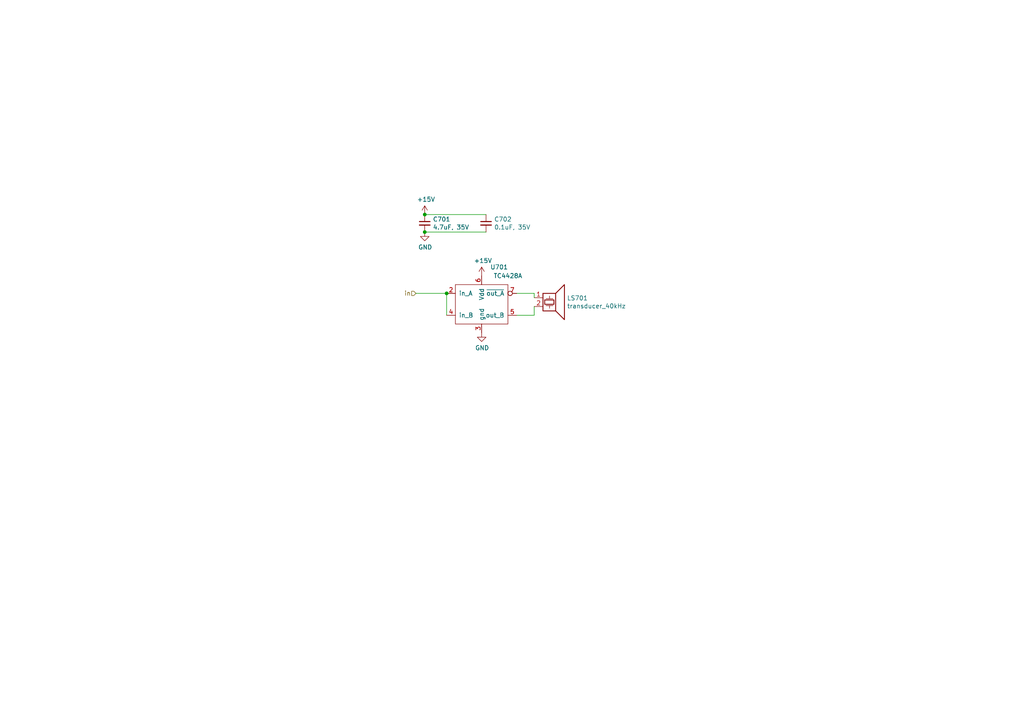
<source format=kicad_sch>
(kicad_sch (version 20230121) (generator eeschema)
  (paper "A4")
  (lib_symbols
    (symbol "Device:C_Small" (pin_numbers hide) (pin_names (offset 0.254) hide)
      (property "Reference" "C" (at 0.254 1.778 0))
      (property "Value" "C_Small" (at 0.254 -2.032 0))
      (symbol "C_Small_0_1"
        (polyline (pts (xy -1.524 -0.508) (xy 1.524 -0.508)) (stroke (width 0.3302)))
        (polyline (pts (xy -1.524 0.508) (xy 1.524 0.508)) (stroke (width 0.3048)))
      )
      (symbol "C_Small_1_1"
        (pin passive line (at 0 2.54 270) (length 2.032) (name "~") (number "1"))
        (pin passive line (at 0 -2.54 90) (length 2.032) (name "~") (number "2"))
      )
    )
    (symbol "Device:Speaker_Ultrasound" (pin_names (offset 0) hide)
      (property "Reference" "LS" (at 0.635 5.715 0))
      (property "Value" "Speaker_Ultrasound" (at 0.635 3.81 0))
      (symbol "Speaker_Ultrasound_0_0"
        (rectangle (start -2.54 1.27) (end 1.143 -3.81) (stroke (width 0.254)))
        (rectangle (start -2.032 -0.635) (end 0.635 -1.905) (stroke (width 0.254)))
        (polyline (pts (xy -1.651 -2.286) (xy 0.381 -2.286)))
        (polyline (pts (xy -1.651 -0.254) (xy 0.381 -0.254)))
        (polyline (pts (xy -0.635 -2.286) (xy -0.635 -3.048)))
        (polyline (pts (xy -0.635 -0.254) (xy -0.635 0.508)))
        (polyline (pts (xy 1.143 1.27) (xy 3.683 3.81) (xy 3.683 -6.35) (xy 1.143 -3.81)) (stroke (width 0.254)))
      )
      (symbol "Speaker_Ultrasound_1_1"
        (pin input line (at -5.08 0 0) (length 2.54) (name "1") (number "1"))
        (pin input line (at -5.08 -2.54 0) (length 2.54) (name "2") (number "2"))
      )
    )
    (symbol "floater-rescue:TC4428A-Driver_FET" (pin_names (offset 1.016))
      (property "Reference" "U" (at -5.08 11.43 0))
      (property "Value" "TC4428A-Driver_FET" (at -1.27 8.89 0))
      (symbol "TC4428A-Driver_FET_0_1"
        (rectangle (start -7.62 5.08) (end 7.62 -6.35))
      )
      (symbol "TC4428A-Driver_FET_1_1"
        (pin input line (at -10.16 2.54 0) (length 2.54) (name "in_A") (number "2"))
        (pin power_in line (at 0 -8.89 90) (length 2.54) (name "gnd") (number "3"))
        (pin input line (at -10.16 -3.81 0) (length 2.54) (name "in_B") (number "4"))
        (pin power_in line (at 10.16 -3.81 180) (length 2.54) (name "out_B") (number "5"))
        (pin power_in line (at 0 7.62 270) (length 2.54) (name "Vdd") (number "6"))
        (pin power_in inverted (at 10.16 2.54 180) (length 2.54) (name "~{out_A}") (number "7"))
      )
    )
    (symbol "power:+15V" (power) (pin_names (offset 0))
      (property "Value" "+15V" (at 0 3.556 0))
      (symbol "+15V_0_1"
        (polyline (pts (xy -0.762 1.27) (xy 0 2.54)))
        (polyline (pts (xy 0 0) (xy 0 2.54)))
        (polyline (pts (xy 0 2.54) (xy 0.762 1.27)))
      )
      (symbol "+15V_1_1"
        (pin power_in line (at 0 0 90) (length 0) hide (name "+15V") (number "1"))
      )
    )
    (symbol "power:GND" (power) (pin_names (offset 0))
      (property "Value" "GND" (at 0 -3.81 0))
      (symbol "GND_0_1"
        (polyline (pts (xy 0 0) (xy 0 -1.27) (xy 1.27 -1.27) (xy 0 -2.54) (xy -1.27 -1.27) (xy 0 -1.27)))
      )
      (symbol "GND_1_1"
        (pin power_in line (at 0 0 270) (length 0) hide (name "GND") (number "1"))
      )
    )
  )
  (junction (at 123.19 67.31))
  (junction (at 129.54 85.09))
  (junction (at 123.19 62.23))
  (wire (pts (xy 129.54 91.44) (xy 129.54 85.09)))
  (wire (pts (xy 140.97 62.23) (xy 123.19 62.23)))
  (wire (pts (xy 154.94 91.44) (xy 154.94 88.9)))
  (wire (pts (xy 149.86 91.44) (xy 154.94 91.44)))
  (wire (pts (xy 120.65 85.09) (xy 129.54 85.09)))
  (wire (pts (xy 140.97 67.31) (xy 123.19 67.31)))
  (wire (pts (xy 149.86 85.09) (xy 154.94 85.09)))
  (wire (pts (xy 154.94 85.09) (xy 154.94 86.36)))
  (hierarchical_label "in" (shape input) (at 120.65 85.09 180))
  (symbol (lib_id "floater-rescue:TC4428A-Driver_FET") (at 139.7 87.63 0) (unit 1)
    (property "Reference" "U701" (at 144.78 77.47 0))
    (property "Value" "TC4428A" (at 147.32 80.01 0))
    (property "Footprint" "Package_SO:SO-8_3.9x4.9mm_P1.27mm" (effects hide))
    (property "Datasheet" "aliexpress" (effects hide))
    (instances (project "floater" (path "" (reference "U701") (unit 1)) (path "" (reference "U901") (unit 1)) (path "" (reference "U1101") (unit 1)) (path "" (reference "U1301") (unit 1)) (path "" (reference "U1501") (unit 1)) (path "" (reference "U1701") (unit 1)) (path "" (reference "U1901") (unit 1)) (path "" (reference "U2101") (unit 1)) (path "" (reference "U2301") (unit 1)) (path "" (reference "U2501") (unit 1)) (path "" (reference "U2701") (unit 1)) (path "" (reference "U2901") (unit 1)) (path "" (reference "U3101") (unit 1)) (path "" (reference "U3301") (unit 1)) (path "" (reference "U3501") (unit 1)) (path "" (reference "U3701") (unit 1)) (path "" (reference "U3901") (unit 1)) (path "" (reference "U4101") (unit 1)) (path "" (reference "U4301") (unit 1)) (path "" (reference "U4501") (unit 1)) (path "" (reference "U4701") (unit 1)) (path "" (reference "U4901") (unit 1)) (path "" (reference "U5101") (unit 1)) (path "" (reference "U5301") (unit 1)) (path "" (reference "U5501") (unit 1)) (path "" (reference "U5701") (unit 1)) (path "" (reference "U5901") (unit 1)) (path "" (reference "U6101") (unit 1)) (path "" (reference "U6301") (unit 1)) (path "" (reference "U6501") (unit 1)) (path "" (reference "U6701") (unit 1)) (path "" (reference "U6901") (unit 1)) (path "" (reference "U7101") (unit 1)) (path "" (reference "U7301") (unit 1)) (path "" (reference "U7501") (unit 1)) (path "" (reference "U7701") (unit 1)) (path "" (reference "U7901") (unit 1)) (path "" (reference "U8101") (unit 1)) (path "" (reference "U8301") (unit 1)) (path "" (reference "U8501") (unit 1)) (path "" (reference "U8701") (unit 1)) (path "" (reference "U8901") (unit 1)) (path "" (reference "U9101") (unit 1)) (path "" (reference "U9301") (unit 1)) (path "" (reference "U9501") (unit 1)) (path "" (reference "U9701") (unit 1)) (path "" (reference "U9901") (unit 1)) (path "" (reference "U10101") (unit 1)) (path "" (reference "U10301") (unit 1)) (path "" (reference "U10501") (unit 1)) (path "" (reference "U601") (unit 1)) (path "" (reference "U1001") (unit 1)) (path "" (reference "U1401") (unit 1)) (path "" (reference "U1801") (unit 1)) (path "" (reference "U2201") (unit 1)) (path "" (reference "U2601") (unit 1)) (path "" (reference "U3001") (unit 1)) (path "" (reference "U3401") (unit 1)) (path "" (reference "U3801") (unit 1)) (path "" (reference "U4201") (unit 1)) (path "" (reference "U4601") (unit 1)) (path "" (reference "U5001") (unit 1)) (path "" (reference "U5401") (unit 1)) (path "" (reference "U5801") (unit 1)) (path "" (reference "U6201") (unit 1)) (path "" (reference "U6601") (unit 1)) (path "" (reference "U7001") (unit 1)) (path "" (reference "U7401") (unit 1)) (path "" (reference "U7801") (unit 1)) (path "" (reference "U8201") (unit 1)) (path "" (reference "U8601") (unit 1)) (path "" (reference "U9001") (unit 1)) (path "" (reference "U9401") (unit 1)) (path "" (reference "U9801") (unit 1)) (path "" (reference "U10201") (unit 1)) (path "" (reference "U?") (unit 1)) (path "" (reference "U1201") (unit 1)) (path "" (reference "U2001") (unit 1)) (path "" (reference "U2801") (unit 1)) (path "" (reference "U3601") (unit 1)) (path "" (reference "U4401") (unit 1)) (path "" (reference "U5201") (unit 1)) (path "" (reference "U6001") (unit 1)) (path "" (reference "U6801") (unit 1)) (path "" (reference "U7601") (unit 1)) (path "" (reference "U8401") (unit 1)) (path "" (reference "U9201") (unit 1)) (path "" (reference "U10001") (unit 1)) (path "" (reference "U801") (unit 1)) (path "" (reference "U2401") (unit 1)) (path "" (reference "U4001") (unit 1)) (path "" (reference "U5601") (unit 1)) (path "" (reference "U7201") (unit 1)) (path "" (reference "U8801") (unit 1)) (path "" (reference "U10401") (unit 1)) (path "" (reference "U3201") (unit 1)) (path "" (reference "U6401") (unit 1)) (path "" (reference "U9601") (unit 1)) (path "" (reference "U4801") (unit 1)) (path "" (reference "U1601") (unit 1)) (path "" (reference "U8001") (unit 1))))
  )
  (symbol (lib_id "power:GND") (at 139.7 96.52 0) (unit 1)
    (property "Reference" "#PWR0704" (effects hide))
    (property "Value" "GND" (at 139.827 100.9142 0))
    (instances (project "floater" (path "" (reference "#PWR0704") (unit 1)) (path "" (reference "#PWR0904") (unit 1)) (path "" (reference "#PWR01104") (unit 1)) (path "" (reference "#PWR01304") (unit 1)) (path "" (reference "#PWR01504") (unit 1)) (path "" (reference "#PWR01704") (unit 1)) (path "" (reference "#PWR01904") (unit 1)) (path "" (reference "#PWR02104") (unit 1)) (path "" (reference "#PWR02304") (unit 1)) (path "" (reference "#PWR02504") (unit 1)) (path "" (reference "#PWR02704") (unit 1)) (path "" (reference "#PWR02904") (unit 1)) (path "" (reference "#PWR03104") (unit 1)) (path "" (reference "#PWR03304") (unit 1)) (path "" (reference "#PWR03504") (unit 1)) (path "" (reference "#PWR03704") (unit 1)) (path "" (reference "#PWR03904") (unit 1)) (path "" (reference "#PWR04104") (unit 1)) (path "" (reference "#PWR04304") (unit 1)) (path "" (reference "#PWR04504") (unit 1)) (path "" (reference "#PWR04704") (unit 1)) (path "" (reference "#PWR04904") (unit 1)) (path "" (reference "#PWR05104") (unit 1)) (path "" (reference "#PWR05304") (unit 1)) (path "" (reference "#PWR05504") (unit 1)) (path "" (reference "#PWR05704") (unit 1)) (path "" (reference "#PWR05904") (unit 1)) (path "" (reference "#PWR06104") (unit 1)) (path "" (reference "#PWR06304") (unit 1)) (path "" (reference "#PWR06504") (unit 1)) (path "" (reference "#PWR06704") (unit 1)) (path "" (reference "#PWR06904") (unit 1)) (path "" (reference "#PWR07104") (unit 1)) (path "" (reference "#PWR07304") (unit 1)) (path "" (reference "#PWR07504") (unit 1)) (path "" (reference "#PWR07704") (unit 1)) (path "" (reference "#PWR07904") (unit 1)) (path "" (reference "#PWR08104") (unit 1)) (path "" (reference "#PWR08304") (unit 1)) (path "" (reference "#PWR08504") (unit 1)) (path "" (reference "#PWR08704") (unit 1)) (path "" (reference "#PWR08904") (unit 1)) (path "" (reference "#PWR09104") (unit 1)) (path "" (reference "#PWR09304") (unit 1)) (path "" (reference "#PWR09504") (unit 1)) (path "" (reference "#PWR09704") (unit 1)) (path "" (reference "#PWR09904") (unit 1)) (path "" (reference "#PWR010104") (unit 1)) (path "" (reference "#PWR010304") (unit 1)) (path "" (reference "#PWR010504") (unit 1)) (path "" (reference "#PWR0804") (unit 1)) (path "" (reference "#PWR01204") (unit 1)) (path "" (reference "#PWR01604") (unit 1)) (path "" (reference "#PWR02004") (unit 1)) (path "" (reference "#PWR02404") (unit 1)) (path "" (reference "#PWR02804") (unit 1)) (path "" (reference "#PWR03204") (unit 1)) (path "" (reference "#PWR03604") (unit 1)) (path "" (reference "#PWR04004") (unit 1)) (path "" (reference "#PWR04404") (unit 1)) (path "" (reference "#PWR04804") (unit 1)) (path "" (reference "#PWR05204") (unit 1)) (path "" (reference "#PWR05604") (unit 1)) (path "" (reference "#PWR06004") (unit 1)) (path "" (reference "#PWR06404") (unit 1)) (path "" (reference "#PWR06804") (unit 1)) (path "" (reference "#PWR07204") (unit 1)) (path "" (reference "#PWR07604") (unit 1)) (path "" (reference "#PWR08004") (unit 1)) (path "" (reference "#PWR08404") (unit 1)) (path "" (reference "#PWR08804") (unit 1)) (path "" (reference "#PWR09204") (unit 1)) (path "" (reference "#PWR09604") (unit 1)) (path "" (reference "#PWR010004") (unit 1)) (path "" (reference "#PWR010404") (unit 1)) (path "" (reference "#PWR01004") (unit 1)) (path "" (reference "#PWR01804") (unit 1)) (path "" (reference "#PWR02604") (unit 1)) (path "" (reference "#PWR03404") (unit 1)) (path "" (reference "#PWR04204") (unit 1)) (path "" (reference "#PWR05004") (unit 1)) (path "" (reference "#PWR05804") (unit 1)) (path "" (reference "#PWR06604") (unit 1)) (path "" (reference "#PWR07404") (unit 1)) (path "" (reference "#PWR08204") (unit 1)) (path "" (reference "#PWR09004") (unit 1)) (path "" (reference "#PWR09804") (unit 1)) (path "" (reference "#PWR0604") (unit 1)) (path "" (reference "#PWR02204") (unit 1)) (path "" (reference "#PWR03804") (unit 1)) (path "" (reference "#PWR05404") (unit 1)) (path "" (reference "#PWR07004") (unit 1)) (path "" (reference "#PWR08604") (unit 1)) (path "" (reference "#PWR010204") (unit 1)) (path "" (reference "#PWR03004") (unit 1)) (path "" (reference "#PWR06204") (unit 1)) (path "" (reference "#PWR09404") (unit 1)) (path "" (reference "#PWR04604") (unit 1)) (path "" (reference "#PWR01404") (unit 1)) (path "" (reference "#PWR07804") (unit 1))))
  )
  (symbol (lib_id "power:+15V") (at 139.7 80.01 0) (unit 1)
    (property "Reference" "#PWR0703" (effects hide))
    (property "Value" "+15V" (at 140.081 75.6158 0))
    (instances (project "floater" (path "" (reference "#PWR0703") (unit 1)) (path "" (reference "#PWR0903") (unit 1)) (path "" (reference "#PWR01103") (unit 1)) (path "" (reference "#PWR01303") (unit 1)) (path "" (reference "#PWR01503") (unit 1)) (path "" (reference "#PWR01703") (unit 1)) (path "" (reference "#PWR01903") (unit 1)) (path "" (reference "#PWR02103") (unit 1)) (path "" (reference "#PWR02303") (unit 1)) (path "" (reference "#PWR02503") (unit 1)) (path "" (reference "#PWR02703") (unit 1)) (path "" (reference "#PWR02903") (unit 1)) (path "" (reference "#PWR03103") (unit 1)) (path "" (reference "#PWR03303") (unit 1)) (path "" (reference "#PWR03503") (unit 1)) (path "" (reference "#PWR03703") (unit 1)) (path "" (reference "#PWR03903") (unit 1)) (path "" (reference "#PWR04103") (unit 1)) (path "" (reference "#PWR04303") (unit 1)) (path "" (reference "#PWR04503") (unit 1)) (path "" (reference "#PWR04703") (unit 1)) (path "" (reference "#PWR04903") (unit 1)) (path "" (reference "#PWR05103") (unit 1)) (path "" (reference "#PWR05303") (unit 1)) (path "" (reference "#PWR05503") (unit 1)) (path "" (reference "#PWR05703") (unit 1)) (path "" (reference "#PWR05903") (unit 1)) (path "" (reference "#PWR06103") (unit 1)) (path "" (reference "#PWR06303") (unit 1)) (path "" (reference "#PWR06503") (unit 1)) (path "" (reference "#PWR06703") (unit 1)) (path "" (reference "#PWR06903") (unit 1)) (path "" (reference "#PWR07103") (unit 1)) (path "" (reference "#PWR07303") (unit 1)) (path "" (reference "#PWR07503") (unit 1)) (path "" (reference "#PWR07703") (unit 1)) (path "" (reference "#PWR07903") (unit 1)) (path "" (reference "#PWR08103") (unit 1)) (path "" (reference "#PWR08303") (unit 1)) (path "" (reference "#PWR08503") (unit 1)) (path "" (reference "#PWR08703") (unit 1)) (path "" (reference "#PWR08903") (unit 1)) (path "" (reference "#PWR09103") (unit 1)) (path "" (reference "#PWR09303") (unit 1)) (path "" (reference "#PWR09503") (unit 1)) (path "" (reference "#PWR09703") (unit 1)) (path "" (reference "#PWR09903") (unit 1)) (path "" (reference "#PWR010103") (unit 1)) (path "" (reference "#PWR010303") (unit 1)) (path "" (reference "#PWR010503") (unit 1)) (path "" (reference "#PWR0803") (unit 1)) (path "" (reference "#PWR01203") (unit 1)) (path "" (reference "#PWR01603") (unit 1)) (path "" (reference "#PWR02003") (unit 1)) (path "" (reference "#PWR02403") (unit 1)) (path "" (reference "#PWR02803") (unit 1)) (path "" (reference "#PWR03203") (unit 1)) (path "" (reference "#PWR03603") (unit 1)) (path "" (reference "#PWR04003") (unit 1)) (path "" (reference "#PWR04403") (unit 1)) (path "" (reference "#PWR04803") (unit 1)) (path "" (reference "#PWR05203") (unit 1)) (path "" (reference "#PWR05603") (unit 1)) (path "" (reference "#PWR06003") (unit 1)) (path "" (reference "#PWR06403") (unit 1)) (path "" (reference "#PWR06803") (unit 1)) (path "" (reference "#PWR07203") (unit 1)) (path "" (reference "#PWR07603") (unit 1)) (path "" (reference "#PWR08003") (unit 1)) (path "" (reference "#PWR08403") (unit 1)) (path "" (reference "#PWR08803") (unit 1)) (path "" (reference "#PWR09203") (unit 1)) (path "" (reference "#PWR09603") (unit 1)) (path "" (reference "#PWR010003") (unit 1)) (path "" (reference "#PWR010403") (unit 1)) (path "" (reference "#PWR01003") (unit 1)) (path "" (reference "#PWR01803") (unit 1)) (path "" (reference "#PWR02603") (unit 1)) (path "" (reference "#PWR03403") (unit 1)) (path "" (reference "#PWR04203") (unit 1)) (path "" (reference "#PWR05003") (unit 1)) (path "" (reference "#PWR05803") (unit 1)) (path "" (reference "#PWR06603") (unit 1)) (path "" (reference "#PWR07403") (unit 1)) (path "" (reference "#PWR08203") (unit 1)) (path "" (reference "#PWR09003") (unit 1)) (path "" (reference "#PWR09803") (unit 1)) (path "" (reference "#PWR0603") (unit 1)) (path "" (reference "#PWR02203") (unit 1)) (path "" (reference "#PWR03803") (unit 1)) (path "" (reference "#PWR05403") (unit 1)) (path "" (reference "#PWR07003") (unit 1)) (path "" (reference "#PWR08603") (unit 1)) (path "" (reference "#PWR010203") (unit 1)) (path "" (reference "#PWR03003") (unit 1)) (path "" (reference "#PWR06203") (unit 1)) (path "" (reference "#PWR09403") (unit 1)) (path "" (reference "#PWR04603") (unit 1)) (path "" (reference "#PWR01403") (unit 1)) (path "" (reference "#PWR07803") (unit 1))))
  )
  (symbol (lib_id "Device:Speaker_Ultrasound") (at 160.02 86.36 0) (unit 1)
    (property "Reference" "LS701" (at 164.4396 86.4616 0) (effects (justify left)))
    (property "Value" "transducer_40kHz" (at 164.4396 88.773 0) (effects (justify left)))
    (property "Footprint" "holo:MSO-P1040H07T" (effects hide))
    (property "Datasheet" "stock" (effects hide))
    (instances (project "floater" (path "" (reference "LS701") (unit 1)) (path "" (reference "LS901") (unit 1)) (path "" (reference "LS1101") (unit 1)) (path "" (reference "LS1301") (unit 1)) (path "" (reference "LS1501") (unit 1)) (path "" (reference "LS1701") (unit 1)) (path "" (reference "LS1901") (unit 1)) (path "" (reference "LS2101") (unit 1)) (path "" (reference "LS2301") (unit 1)) (path "" (reference "LS2501") (unit 1)) (path "" (reference "LS2701") (unit 1)) (path "" (reference "LS2901") (unit 1)) (path "" (reference "LS3101") (unit 1)) (path "" (reference "LS3301") (unit 1)) (path "" (reference "LS3501") (unit 1)) (path "" (reference "LS3701") (unit 1)) (path "" (reference "LS3901") (unit 1)) (path "" (reference "LS4101") (unit 1)) (path "" (reference "LS4301") (unit 1)) (path "" (reference "LS4501") (unit 1)) (path "" (reference "LS4701") (unit 1)) (path "" (reference "LS4901") (unit 1)) (path "" (reference "LS5101") (unit 1)) (path "" (reference "LS5301") (unit 1)) (path "" (reference "LS5501") (unit 1)) (path "" (reference "LS5701") (unit 1)) (path "" (reference "LS5901") (unit 1)) (path "" (reference "LS6101") (unit 1)) (path "" (reference "LS6301") (unit 1)) (path "" (reference "LS6501") (unit 1)) (path "" (reference "LS6701") (unit 1)) (path "" (reference "LS6901") (unit 1)) (path "" (reference "LS7101") (unit 1)) (path "" (reference "LS7301") (unit 1)) (path "" (reference "LS7501") (unit 1)) (path "" (reference "LS7701") (unit 1)) (path "" (reference "LS7901") (unit 1)) (path "" (reference "LS8101") (unit 1)) (path "" (reference "LS8301") (unit 1)) (path "" (reference "LS8501") (unit 1)) (path "" (reference "LS8701") (unit 1)) (path "" (reference "LS8901") (unit 1)) (path "" (reference "LS9101") (unit 1)) (path "" (reference "LS9301") (unit 1)) (path "" (reference "LS9501") (unit 1)) (path "" (reference "LS9701") (unit 1)) (path "" (reference "LS9901") (unit 1)) (path "" (reference "LS10101") (unit 1)) (path "" (reference "LS10301") (unit 1)) (path "" (reference "LS10501") (unit 1)) (path "" (reference "LS801") (unit 1)) (path "" (reference "LS1201") (unit 1)) (path "" (reference "LS1601") (unit 1)) (path "" (reference "LS2001") (unit 1)) (path "" (reference "LS2401") (unit 1)) (path "" (reference "LS2801") (unit 1)) (path "" (reference "LS3201") (unit 1)) (path "" (reference "LS3601") (unit 1)) (path "" (reference "LS4001") (unit 1)) (path "" (reference "LS4401") (unit 1)) (path "" (reference "LS4801") (unit 1)) (path "" (reference "LS5201") (unit 1)) (path "" (reference "LS5601") (unit 1)) (path "" (reference "LS6001") (unit 1)) (path "" (reference "LS6401") (unit 1)) (path "" (reference "LS6801") (unit 1)) (path "" (reference "LS7201") (unit 1)) (path "" (reference "LS7601") (unit 1)) (path "" (reference "LS8001") (unit 1)) (path "" (reference "LS8401") (unit 1)) (path "" (reference "LS8801") (unit 1)) (path "" (reference "LS9201") (unit 1)) (path "" (reference "LS9601") (unit 1)) (path "" (reference "LS10001") (unit 1)) (path "" (reference "LS10401") (unit 1)) (path "" (reference "LS1001") (unit 1)) (path "" (reference "LS1801") (unit 1)) (path "" (reference "LS2601") (unit 1)) (path "" (reference "LS3401") (unit 1)) (path "" (reference "LS4201") (unit 1)) (path "" (reference "LS5001") (unit 1)) (path "" (reference "LS5801") (unit 1)) (path "" (reference "LS6601") (unit 1)) (path "" (reference "LS7401") (unit 1)) (path "" (reference "LS8201") (unit 1)) (path "" (reference "LS9001") (unit 1)) (path "" (reference "LS9801") (unit 1)) (path "" (reference "LS601") (unit 1)) (path "" (reference "LS2201") (unit 1)) (path "" (reference "LS3801") (unit 1)) (path "" (reference "LS5401") (unit 1)) (path "" (reference "LS7001") (unit 1)) (path "" (reference "LS8601") (unit 1)) (path "" (reference "LS10201") (unit 1)) (path "" (reference "LS3001") (unit 1)) (path "" (reference "LS6201") (unit 1)) (path "" (reference "LS9401") (unit 1)) (path "" (reference "LS4601") (unit 1)) (path "" (reference "LS1401") (unit 1)) (path "" (reference "LS7801") (unit 1))))
  )
  (symbol (lib_id "Device:C_Small") (at 123.19 64.77 0) (unit 1)
    (property "Reference" "C701" (at 125.5268 63.6016 0) (effects (justify left)))
    (property "Value" "4.7uF, 35V" (at 125.5268 65.913 0) (effects (justify left)))
    (property "Footprint" "Capacitor_SMD:C_1206_3216Metric" (effects hide))
    (property "Datasheet" "587-3368-1-ND" (effects hide))
    (instances (project "floater" (path "" (reference "C701") (unit 1)) (path "" (reference "C901") (unit 1)) (path "" (reference "C1101") (unit 1)) (path "" (reference "C1301") (unit 1)) (path "" (reference "C1501") (unit 1)) (path "" (reference "C1701") (unit 1)) (path "" (reference "C1901") (unit 1)) (path "" (reference "C2101") (unit 1)) (path "" (reference "C2301") (unit 1)) (path "" (reference "C2501") (unit 1)) (path "" (reference "C2701") (unit 1)) (path "" (reference "C2901") (unit 1)) (path "" (reference "C3101") (unit 1)) (path "" (reference "C3301") (unit 1)) (path "" (reference "C3501") (unit 1)) (path "" (reference "C3701") (unit 1)) (path "" (reference "C3901") (unit 1)) (path "" (reference "C4101") (unit 1)) (path "" (reference "C4301") (unit 1)) (path "" (reference "C4501") (unit 1)) (path "" (reference "C4701") (unit 1)) (path "" (reference "C4901") (unit 1)) (path "" (reference "C5101") (unit 1)) (path "" (reference "C5301") (unit 1)) (path "" (reference "C5501") (unit 1)) (path "" (reference "C5701") (unit 1)) (path "" (reference "C5901") (unit 1)) (path "" (reference "C6101") (unit 1)) (path "" (reference "C6301") (unit 1)) (path "" (reference "C6501") (unit 1)) (path "" (reference "C6701") (unit 1)) (path "" (reference "C6901") (unit 1)) (path "" (reference "C7101") (unit 1)) (path "" (reference "C7301") (unit 1)) (path "" (reference "C7501") (unit 1)) (path "" (reference "C7701") (unit 1)) (path "" (reference "C7901") (unit 1)) (path "" (reference "C8101") (unit 1)) (path "" (reference "C8301") (unit 1)) (path "" (reference "C8501") (unit 1)) (path "" (reference "C8701") (unit 1)) (path "" (reference "C8901") (unit 1)) (path "" (reference "C9101") (unit 1)) (path "" (reference "C9301") (unit 1)) (path "" (reference "C9501") (unit 1)) (path "" (reference "C9701") (unit 1)) (path "" (reference "C9901") (unit 1)) (path "" (reference "C10101") (unit 1)) (path "" (reference "C10301") (unit 1)) (path "" (reference "C10501") (unit 1)) (path "" (reference "C801") (unit 1)) (path "" (reference "C1201") (unit 1)) (path "" (reference "C1601") (unit 1)) (path "" (reference "C2001") (unit 1)) (path "" (reference "C2401") (unit 1)) (path "" (reference "C2801") (unit 1)) (path "" (reference "C3201") (unit 1)) (path "" (reference "C3601") (unit 1)) (path "" (reference "C4001") (unit 1)) (path "" (reference "C4401") (unit 1)) (path "" (reference "C4801") (unit 1)) (path "" (reference "C5201") (unit 1)) (path "" (reference "C5601") (unit 1)) (path "" (reference "C6001") (unit 1)) (path "" (reference "C6401") (unit 1)) (path "" (reference "C6801") (unit 1)) (path "" (reference "C7201") (unit 1)) (path "" (reference "C7601") (unit 1)) (path "" (reference "C8001") (unit 1)) (path "" (reference "C8401") (unit 1)) (path "" (reference "C8801") (unit 1)) (path "" (reference "C9201") (unit 1)) (path "" (reference "C9601") (unit 1)) (path "" (reference "C10001") (unit 1)) (path "" (reference "C10401") (unit 1)) (path "" (reference "C1001") (unit 1)) (path "" (reference "C1801") (unit 1)) (path "" (reference "C2601") (unit 1)) (path "" (reference "C3401") (unit 1)) (path "" (reference "C4201") (unit 1)) (path "" (reference "C5001") (unit 1)) (path "" (reference "C5801") (unit 1)) (path "" (reference "C6601") (unit 1)) (path "" (reference "C7401") (unit 1)) (path "" (reference "C8201") (unit 1)) (path "" (reference "C9001") (unit 1)) (path "" (reference "C9801") (unit 1)) (path "" (reference "C601") (unit 1)) (path "" (reference "C2201") (unit 1)) (path "" (reference "C3801") (unit 1)) (path "" (reference "C5401") (unit 1)) (path "" (reference "C7001") (unit 1)) (path "" (reference "C8601") (unit 1)) (path "" (reference "C10201") (unit 1)) (path "" (reference "C3001") (unit 1)) (path "" (reference "C6201") (unit 1)) (path "" (reference "C9401") (unit 1)) (path "" (reference "C4601") (unit 1)) (path "" (reference "C1401") (unit 1)) (path "" (reference "C7801") (unit 1))))
  )
  (symbol (lib_id "Device:C_Small") (at 140.97 64.77 0) (unit 1)
    (property "Reference" "C702" (at 143.3068 63.6016 0) (effects (justify left)))
    (property "Value" "0.1uF, 35V" (at 143.3068 65.913 0) (effects (justify left)))
    (property "Footprint" "Capacitor_SMD:C_0805_2012Metric" (effects hide))
    (property "Datasheet" "587-3364-1-ND" (effects hide))
    (instances (project "floater" (path "" (reference "C702") (unit 1)) (path "" (reference "C902") (unit 1)) (path "" (reference "C1102") (unit 1)) (path "" (reference "C1302") (unit 1)) (path "" (reference "C1502") (unit 1)) (path "" (reference "C1702") (unit 1)) (path "" (reference "C1902") (unit 1)) (path "" (reference "C2102") (unit 1)) (path "" (reference "C2302") (unit 1)) (path "" (reference "C2502") (unit 1)) (path "" (reference "C2702") (unit 1)) (path "" (reference "C2902") (unit 1)) (path "" (reference "C3102") (unit 1)) (path "" (reference "C3302") (unit 1)) (path "" (reference "C3502") (unit 1)) (path "" (reference "C3702") (unit 1)) (path "" (reference "C3902") (unit 1)) (path "" (reference "C4102") (unit 1)) (path "" (reference "C4302") (unit 1)) (path "" (reference "C4502") (unit 1)) (path "" (reference "C4702") (unit 1)) (path "" (reference "C4902") (unit 1)) (path "" (reference "C5102") (unit 1)) (path "" (reference "C5302") (unit 1)) (path "" (reference "C5502") (unit 1)) (path "" (reference "C5702") (unit 1)) (path "" (reference "C5902") (unit 1)) (path "" (reference "C6102") (unit 1)) (path "" (reference "C6302") (unit 1)) (path "" (reference "C6502") (unit 1)) (path "" (reference "C6702") (unit 1)) (path "" (reference "C6902") (unit 1)) (path "" (reference "C7102") (unit 1)) (path "" (reference "C7302") (unit 1)) (path "" (reference "C7502") (unit 1)) (path "" (reference "C7702") (unit 1)) (path "" (reference "C7902") (unit 1)) (path "" (reference "C8102") (unit 1)) (path "" (reference "C8302") (unit 1)) (path "" (reference "C8502") (unit 1)) (path "" (reference "C8702") (unit 1)) (path "" (reference "C8902") (unit 1)) (path "" (reference "C9102") (unit 1)) (path "" (reference "C9302") (unit 1)) (path "" (reference "C9502") (unit 1)) (path "" (reference "C9702") (unit 1)) (path "" (reference "C9902") (unit 1)) (path "" (reference "C10102") (unit 1)) (path "" (reference "C10302") (unit 1)) (path "" (reference "C10502") (unit 1)) (path "" (reference "C802") (unit 1)) (path "" (reference "C1202") (unit 1)) (path "" (reference "C1602") (unit 1)) (path "" (reference "C2002") (unit 1)) (path "" (reference "C2402") (unit 1)) (path "" (reference "C2802") (unit 1)) (path "" (reference "C3202") (unit 1)) (path "" (reference "C3602") (unit 1)) (path "" (reference "C4002") (unit 1)) (path "" (reference "C4402") (unit 1)) (path "" (reference "C4802") (unit 1)) (path "" (reference "C5202") (unit 1)) (path "" (reference "C5602") (unit 1)) (path "" (reference "C6002") (unit 1)) (path "" (reference "C6402") (unit 1)) (path "" (reference "C6802") (unit 1)) (path "" (reference "C7202") (unit 1)) (path "" (reference "C7602") (unit 1)) (path "" (reference "C8002") (unit 1)) (path "" (reference "C8402") (unit 1)) (path "" (reference "C8802") (unit 1)) (path "" (reference "C9202") (unit 1)) (path "" (reference "C9602") (unit 1)) (path "" (reference "C10002") (unit 1)) (path "" (reference "C10402") (unit 1)) (path "" (reference "C1002") (unit 1)) (path "" (reference "C1802") (unit 1)) (path "" (reference "C2602") (unit 1)) (path "" (reference "C3402") (unit 1)) (path "" (reference "C4202") (unit 1)) (path "" (reference "C5002") (unit 1)) (path "" (reference "C5802") (unit 1)) (path "" (reference "C6602") (unit 1)) (path "" (reference "C7402") (unit 1)) (path "" (reference "C8202") (unit 1)) (path "" (reference "C9002") (unit 1)) (path "" (reference "C9802") (unit 1)) (path "" (reference "C602") (unit 1)) (path "" (reference "C2202") (unit 1)) (path "" (reference "C3802") (unit 1)) (path "" (reference "C5402") (unit 1)) (path "" (reference "C7002") (unit 1)) (path "" (reference "C8602") (unit 1)) (path "" (reference "C10202") (unit 1)) (path "" (reference "C3002") (unit 1)) (path "" (reference "C6202") (unit 1)) (path "" (reference "C9402") (unit 1)) (path "" (reference "C4602") (unit 1)) (path "" (reference "C1402") (unit 1)) (path "" (reference "C7802") (unit 1))))
  )
  (symbol (lib_id "power:+15V") (at 123.19 62.23 0) (unit 1)
    (property "Reference" "#PWR0701" (effects hide))
    (property "Value" "+15V" (at 123.571 57.8358 0))
    (instances (project "floater" (path "" (reference "#PWR0701") (unit 1)) (path "" (reference "#PWR0901") (unit 1)) (path "" (reference "#PWR01101") (unit 1)) (path "" (reference "#PWR01301") (unit 1)) (path "" (reference "#PWR01501") (unit 1)) (path "" (reference "#PWR01701") (unit 1)) (path "" (reference "#PWR01901") (unit 1)) (path "" (reference "#PWR02101") (unit 1)) (path "" (reference "#PWR02301") (unit 1)) (path "" (reference "#PWR02501") (unit 1)) (path "" (reference "#PWR02701") (unit 1)) (path "" (reference "#PWR02901") (unit 1)) (path "" (reference "#PWR03101") (unit 1)) (path "" (reference "#PWR03301") (unit 1)) (path "" (reference "#PWR03501") (unit 1)) (path "" (reference "#PWR03701") (unit 1)) (path "" (reference "#PWR03901") (unit 1)) (path "" (reference "#PWR04101") (unit 1)) (path "" (reference "#PWR04301") (unit 1)) (path "" (reference "#PWR04501") (unit 1)) (path "" (reference "#PWR04701") (unit 1)) (path "" (reference "#PWR04901") (unit 1)) (path "" (reference "#PWR05101") (unit 1)) (path "" (reference "#PWR05301") (unit 1)) (path "" (reference "#PWR05501") (unit 1)) (path "" (reference "#PWR05701") (unit 1)) (path "" (reference "#PWR05901") (unit 1)) (path "" (reference "#PWR06101") (unit 1)) (path "" (reference "#PWR06301") (unit 1)) (path "" (reference "#PWR06501") (unit 1)) (path "" (reference "#PWR06701") (unit 1)) (path "" (reference "#PWR06901") (unit 1)) (path "" (reference "#PWR07101") (unit 1)) (path "" (reference "#PWR07301") (unit 1)) (path "" (reference "#PWR07501") (unit 1)) (path "" (reference "#PWR07701") (unit 1)) (path "" (reference "#PWR07901") (unit 1)) (path "" (reference "#PWR08101") (unit 1)) (path "" (reference "#PWR08301") (unit 1)) (path "" (reference "#PWR08501") (unit 1)) (path "" (reference "#PWR08701") (unit 1)) (path "" (reference "#PWR08901") (unit 1)) (path "" (reference "#PWR09101") (unit 1)) (path "" (reference "#PWR09301") (unit 1)) (path "" (reference "#PWR09501") (unit 1)) (path "" (reference "#PWR09701") (unit 1)) (path "" (reference "#PWR09901") (unit 1)) (path "" (reference "#PWR010101") (unit 1)) (path "" (reference "#PWR010301") (unit 1)) (path "" (reference "#PWR010501") (unit 1)) (path "" (reference "#PWR0801") (unit 1)) (path "" (reference "#PWR01201") (unit 1)) (path "" (reference "#PWR01601") (unit 1)) (path "" (reference "#PWR02001") (unit 1)) (path "" (reference "#PWR02401") (unit 1)) (path "" (reference "#PWR02801") (unit 1)) (path "" (reference "#PWR03201") (unit 1)) (path "" (reference "#PWR03601") (unit 1)) (path "" (reference "#PWR04001") (unit 1)) (path "" (reference "#PWR04401") (unit 1)) (path "" (reference "#PWR04801") (unit 1)) (path "" (reference "#PWR05201") (unit 1)) (path "" (reference "#PWR05601") (unit 1)) (path "" (reference "#PWR06001") (unit 1)) (path "" (reference "#PWR06401") (unit 1)) (path "" (reference "#PWR06801") (unit 1)) (path "" (reference "#PWR07201") (unit 1)) (path "" (reference "#PWR07601") (unit 1)) (path "" (reference "#PWR08001") (unit 1)) (path "" (reference "#PWR08401") (unit 1)) (path "" (reference "#PWR08801") (unit 1)) (path "" (reference "#PWR09201") (unit 1)) (path "" (reference "#PWR09601") (unit 1)) (path "" (reference "#PWR010001") (unit 1)) (path "" (reference "#PWR010401") (unit 1)) (path "" (reference "#PWR01001") (unit 1)) (path "" (reference "#PWR01801") (unit 1)) (path "" (reference "#PWR02601") (unit 1)) (path "" (reference "#PWR03401") (unit 1)) (path "" (reference "#PWR04201") (unit 1)) (path "" (reference "#PWR05001") (unit 1)) (path "" (reference "#PWR05801") (unit 1)) (path "" (reference "#PWR06601") (unit 1)) (path "" (reference "#PWR07401") (unit 1)) (path "" (reference "#PWR08201") (unit 1)) (path "" (reference "#PWR09001") (unit 1)) (path "" (reference "#PWR09801") (unit 1)) (path "" (reference "#PWR0601") (unit 1)) (path "" (reference "#PWR02201") (unit 1)) (path "" (reference "#PWR03801") (unit 1)) (path "" (reference "#PWR05401") (unit 1)) (path "" (reference "#PWR07001") (unit 1)) (path "" (reference "#PWR08601") (unit 1)) (path "" (reference "#PWR010201") (unit 1)) (path "" (reference "#PWR03001") (unit 1)) (path "" (reference "#PWR06201") (unit 1)) (path "" (reference "#PWR09401") (unit 1)) (path "" (reference "#PWR04601") (unit 1)) (path "" (reference "#PWR01401") (unit 1)) (path "" (reference "#PWR07801") (unit 1))))
  )
  (symbol (lib_id "power:GND") (at 123.19 67.31 0) (unit 1)
    (property "Reference" "#PWR0702" (effects hide))
    (property "Value" "GND" (at 123.317 71.7042 0))
    (instances (project "floater" (path "" (reference "#PWR0702") (unit 1)) (path "" (reference "#PWR0902") (unit 1)) (path "" (reference "#PWR01102") (unit 1)) (path "" (reference "#PWR01302") (unit 1)) (path "" (reference "#PWR01502") (unit 1)) (path "" (reference "#PWR01702") (unit 1)) (path "" (reference "#PWR01902") (unit 1)) (path "" (reference "#PWR02102") (unit 1)) (path "" (reference "#PWR02302") (unit 1)) (path "" (reference "#PWR02502") (unit 1)) (path "" (reference "#PWR02702") (unit 1)) (path "" (reference "#PWR02902") (unit 1)) (path "" (reference "#PWR03102") (unit 1)) (path "" (reference "#PWR03302") (unit 1)) (path "" (reference "#PWR03502") (unit 1)) (path "" (reference "#PWR03702") (unit 1)) (path "" (reference "#PWR03902") (unit 1)) (path "" (reference "#PWR04102") (unit 1)) (path "" (reference "#PWR04302") (unit 1)) (path "" (reference "#PWR04502") (unit 1)) (path "" (reference "#PWR04702") (unit 1)) (path "" (reference "#PWR04902") (unit 1)) (path "" (reference "#PWR05102") (unit 1)) (path "" (reference "#PWR05302") (unit 1)) (path "" (reference "#PWR05502") (unit 1)) (path "" (reference "#PWR05702") (unit 1)) (path "" (reference "#PWR05902") (unit 1)) (path "" (reference "#PWR06102") (unit 1)) (path "" (reference "#PWR06302") (unit 1)) (path "" (reference "#PWR06502") (unit 1)) (path "" (reference "#PWR06702") (unit 1)) (path "" (reference "#PWR06902") (unit 1)) (path "" (reference "#PWR07102") (unit 1)) (path "" (reference "#PWR07302") (unit 1)) (path "" (reference "#PWR07502") (unit 1)) (path "" (reference "#PWR07702") (unit 1)) (path "" (reference "#PWR07902") (unit 1)) (path "" (reference "#PWR08102") (unit 1)) (path "" (reference "#PWR08302") (unit 1)) (path "" (reference "#PWR08502") (unit 1)) (path "" (reference "#PWR08702") (unit 1)) (path "" (reference "#PWR08902") (unit 1)) (path "" (reference "#PWR09102") (unit 1)) (path "" (reference "#PWR09302") (unit 1)) (path "" (reference "#PWR09502") (unit 1)) (path "" (reference "#PWR09702") (unit 1)) (path "" (reference "#PWR09902") (unit 1)) (path "" (reference "#PWR010102") (unit 1)) (path "" (reference "#PWR010302") (unit 1)) (path "" (reference "#PWR010502") (unit 1)) (path "" (reference "#PWR0802") (unit 1)) (path "" (reference "#PWR01202") (unit 1)) (path "" (reference "#PWR01602") (unit 1)) (path "" (reference "#PWR02002") (unit 1)) (path "" (reference "#PWR02402") (unit 1)) (path "" (reference "#PWR02802") (unit 1)) (path "" (reference "#PWR03202") (unit 1)) (path "" (reference "#PWR03602") (unit 1)) (path "" (reference "#PWR04002") (unit 1)) (path "" (reference "#PWR04402") (unit 1)) (path "" (reference "#PWR04802") (unit 1)) (path "" (reference "#PWR05202") (unit 1)) (path "" (reference "#PWR05602") (unit 1)) (path "" (reference "#PWR06002") (unit 1)) (path "" (reference "#PWR06402") (unit 1)) (path "" (reference "#PWR06802") (unit 1)) (path "" (reference "#PWR07202") (unit 1)) (path "" (reference "#PWR07602") (unit 1)) (path "" (reference "#PWR08002") (unit 1)) (path "" (reference "#PWR08402") (unit 1)) (path "" (reference "#PWR08802") (unit 1)) (path "" (reference "#PWR09202") (unit 1)) (path "" (reference "#PWR09602") (unit 1)) (path "" (reference "#PWR010002") (unit 1)) (path "" (reference "#PWR010402") (unit 1)) (path "" (reference "#PWR01002") (unit 1)) (path "" (reference "#PWR01802") (unit 1)) (path "" (reference "#PWR02602") (unit 1)) (path "" (reference "#PWR03402") (unit 1)) (path "" (reference "#PWR04202") (unit 1)) (path "" (reference "#PWR05002") (unit 1)) (path "" (reference "#PWR05802") (unit 1)) (path "" (reference "#PWR06602") (unit 1)) (path "" (reference "#PWR07402") (unit 1)) (path "" (reference "#PWR08202") (unit 1)) (path "" (reference "#PWR09002") (unit 1)) (path "" (reference "#PWR09802") (unit 1)) (path "" (reference "#PWR0602") (unit 1)) (path "" (reference "#PWR02202") (unit 1)) (path "" (reference "#PWR03802") (unit 1)) (path "" (reference "#PWR05402") (unit 1)) (path "" (reference "#PWR07002") (unit 1)) (path "" (reference "#PWR08602") (unit 1)) (path "" (reference "#PWR010202") (unit 1)) (path "" (reference "#PWR03002") (unit 1)) (path "" (reference "#PWR06202") (unit 1)) (path "" (reference "#PWR09402") (unit 1)) (path "" (reference "#PWR04602") (unit 1)) (path "" (reference "#PWR01402") (unit 1)) (path "" (reference "#PWR07802") (unit 1))))
  )
)
</source>
